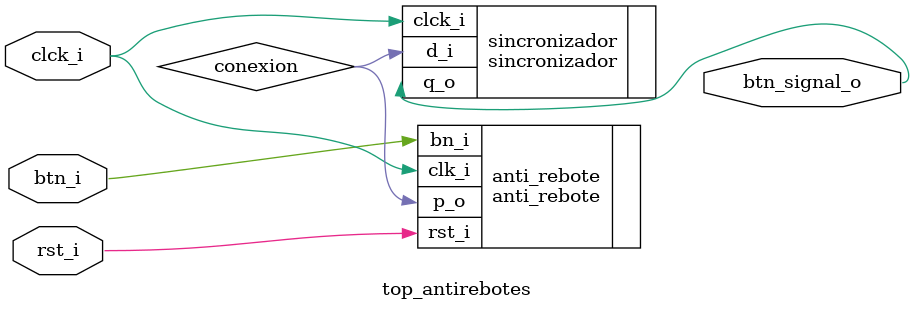
<source format=sv>
module top_antirebotes (
    
    input  logic clck_i,
    input  logic btn_i,
    input  logic rst_i,

    output logic btn_signal_o
);

    logic conexion;
    
    sincronizador sincronizador (
        
        .clck_i(clck_i),
        .d_i(conexion),
        .q_o(btn_signal_o)
        
    );
    
    anti_rebote anti_rebote (
        
        .clk_i(clck_i),
        .rst_i(rst_i),
        .bn_i(btn_i),
        .p_o(conexion)
    
    );

endmodule
</source>
